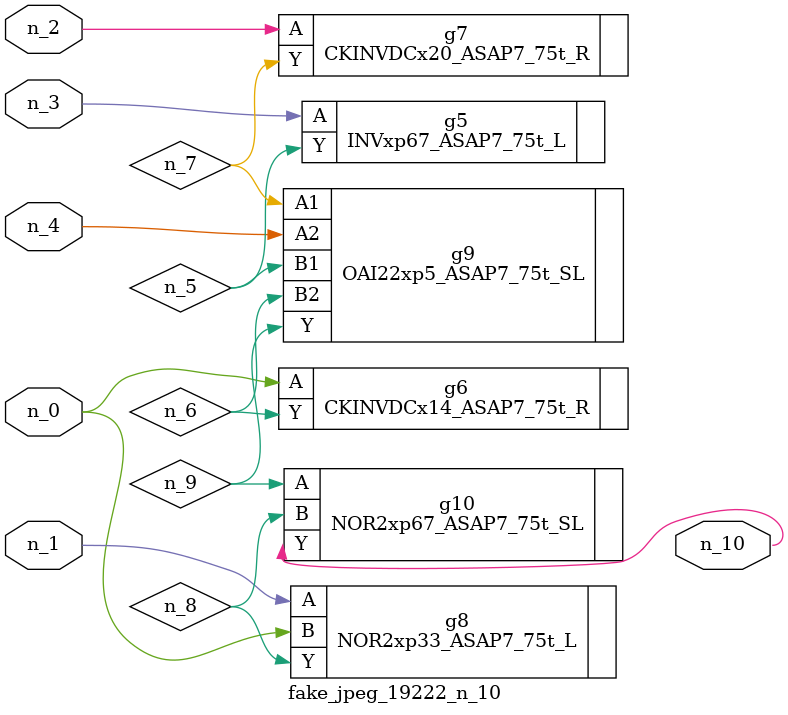
<source format=v>
module fake_jpeg_19222_n_10 (n_3, n_2, n_1, n_0, n_4, n_10);

input n_3;
input n_2;
input n_1;
input n_0;
input n_4;

output n_10;

wire n_8;
wire n_9;
wire n_6;
wire n_5;
wire n_7;

INVxp67_ASAP7_75t_L g5 ( 
.A(n_3),
.Y(n_5)
);

CKINVDCx14_ASAP7_75t_R g6 ( 
.A(n_0),
.Y(n_6)
);

CKINVDCx20_ASAP7_75t_R g7 ( 
.A(n_2),
.Y(n_7)
);

NOR2xp33_ASAP7_75t_L g8 ( 
.A(n_1),
.B(n_0),
.Y(n_8)
);

OAI22xp5_ASAP7_75t_SL g9 ( 
.A1(n_7),
.A2(n_4),
.B1(n_5),
.B2(n_6),
.Y(n_9)
);

NOR2xp67_ASAP7_75t_SL g10 ( 
.A(n_9),
.B(n_8),
.Y(n_10)
);


endmodule
</source>
